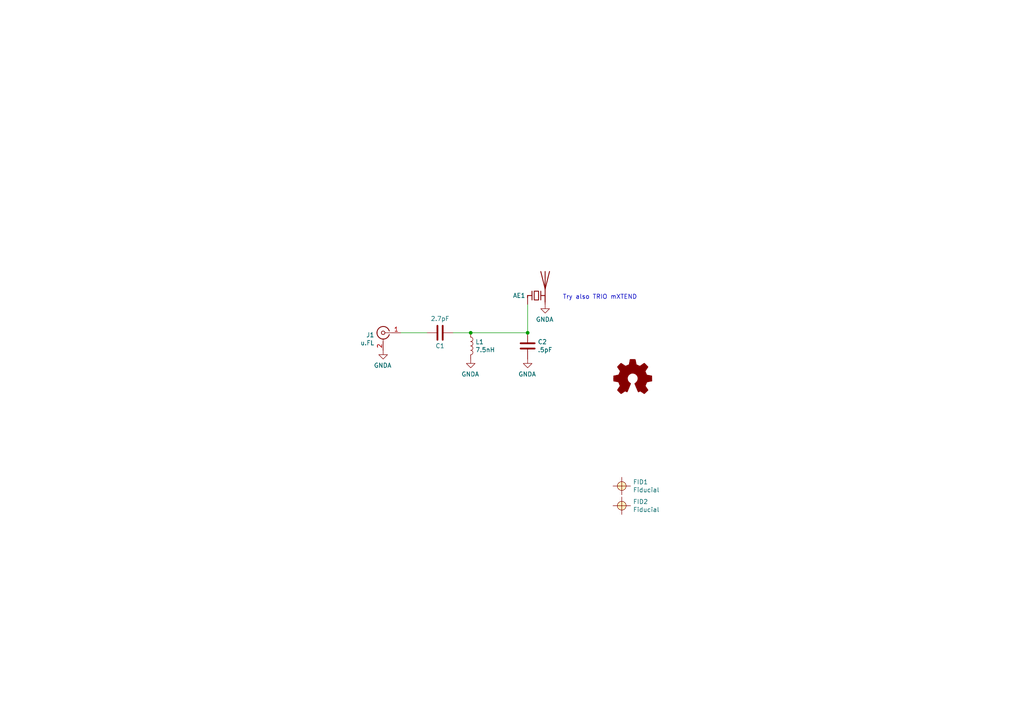
<source format=kicad_sch>
(kicad_sch (version 20211123) (generator eeschema)
  (paper "A4")
  (title_block (title "RUSP Antenna Board") (company "Sky's Edge"))
  (lib_symbols
    (symbol "Connector:Conn_Coaxial" (pin_names (offset 1.016) hide)
      (property "Reference" "J" (at 0.254 3.048 0))
      (property "Value" "Conn_Coaxial" (at 2.921 0 90))
      (symbol "Conn_Coaxial_0_1"
        (arc (start -1.778 -0.508) (mid 0.222 -1.808) (end 1.778 0) (stroke (width 0.254)))
        (polyline (pts (xy -2.54 0) (xy -0.508 0)))
        (polyline (pts (xy 0 -2.54) (xy 0 -1.778)))
        (circle (center 0 0) (radius 0.508) (stroke (width 0.2032)))
        (arc (start 1.778 0) (mid 0.2221 1.8083) (end -1.778 0.508) (stroke (width 0.254)))
      )
      (symbol "Conn_Coaxial_1_1"
        (pin passive line (at -5.08 0 0) (length 2.54) (name "In") (number "1"))
        (pin passive line (at 0 -5.08 90) (length 2.54) (name "Ext") (number "2"))
      )
    )
    (symbol "Device:Antenna_Chip" (pin_numbers hide) (pin_names (offset 1.016) hide)
      (property "Reference" "AE" (at 0 5.08 0))
      (property "Value" "Antenna_Chip" (at 0 3.175 0))
      (symbol "Antenna_Chip_0_1"
        (polyline (pts (xy -2.54 0) (xy -2.54 -0.635)) (stroke (width 0.254)))
        (polyline (pts (xy -2.54 0) (xy -1.27 0)) (stroke (width 0.254)))
        (polyline (pts (xy 1.27 0) (xy 2.54 0)) (stroke (width 0.254)))
        (polyline (pts (xy 1.27 1.27) (xy 1.27 -1.27)) (stroke (width 0.254)))
        (polyline (pts (xy 2.54 -0.635) (xy 2.54 0)))
        (polyline (pts (xy 2.54 6.985) (xy 2.54 -1.905)) (stroke (width 0.254)))
        (polyline (pts (xy -1.27 1.27) (xy -1.27 -1.27) (xy -1.27 0)) (stroke (width 0.254)))
        (polyline (pts (xy 3.81 6.985) (xy 2.54 1.905) (xy 1.27 6.985)) (stroke (width 0.254)))
        (polyline (pts (xy -0.635 1.27) (xy 0.635 1.27) (xy 0.635 -1.27) (xy -0.635 -1.27) (xy -0.635 1.27)) (stroke (width 0.254)))
      )
      (symbol "Antenna_Chip_1_1"
        (pin input line (at -2.54 -2.54 90) (length 2.54) (name "FEED") (number "1"))
        (pin passive line (at 2.54 -2.54 90) (length 2.54) (name "PCB_Trace") (number "2"))
      )
    )
    (symbol "Device:C" (pin_numbers hide) (pin_names (offset 0.254))
      (property "Reference" "C" (at 0.635 2.54 0))
      (property "Value" "C" (at 0.635 -2.54 0))
      (symbol "C_0_1"
        (polyline (pts (xy -2.032 -0.762) (xy 2.032 -0.762)) (stroke (width 0.508)))
        (polyline (pts (xy -2.032 0.762) (xy 2.032 0.762)) (stroke (width 0.508)))
      )
      (symbol "C_1_1"
        (pin passive line (at 0 3.81 270) (length 2.794) (name "~") (number "1"))
        (pin passive line (at 0 -3.81 90) (length 2.794) (name "~") (number "2"))
      )
    )
    (symbol "Device:L" (pin_numbers hide) (pin_names (offset 1.016) hide)
      (property "Reference" "L" (at -1.27 0 90))
      (property "Value" "L" (at 1.905 0 90))
      (symbol "L_0_1"
        (arc (start 0 -2.54) (mid 0.635 -1.905) (end 0 -1.27))
        (arc (start 0 -1.27) (mid 0.635 -0.635) (end 0 0))
        (arc (start 0 0) (mid 0.635 0.635) (end 0 1.27))
        (arc (start 0 1.27) (mid 0.635 1.905) (end 0 2.54))
      )
      (symbol "L_1_1"
        (pin passive line (at 0 3.81 270) (length 1.27) (name "1") (number "1"))
        (pin passive line (at 0 -3.81 90) (length 1.27) (name "2") (number "2"))
      )
    )
    (symbol "Graphic:Logo_Open_Hardware_Small" (pin_names (offset 1.016))
      (symbol "Logo_Open_Hardware_Small_0_1"
        (polyline (pts (xy 3.3528 -4.3434) (xy 3.302 -4.318) (xy 3.175 -4.2418) (xy 2.9972 -4.1148) (xy 2.7686 -3.9624) (xy 2.54 -3.81) (xy 2.3622 -3.7084) (xy 2.2352 -3.6068) (xy 2.1844 -3.5814) (xy 2.159 -3.6068) (xy 2.0574 -3.6576) (xy 1.905 -3.7338) (xy 1.8034 -3.7846) (xy 1.6764 -3.8354) (xy 1.6002 -3.8354) (xy 1.6002 -3.8354) (xy 1.5494 -3.7338) (xy 1.4732 -3.5306) (xy 1.3462 -3.302) (xy 1.2446 -3.0226) (xy 1.1176 -2.7178) (xy 0.9652 -2.413) (xy 0.8636 -2.1082) (xy 0.7366 -1.8288) (xy 0.6604 -1.6256) (xy 0.6096 -1.4732) (xy 0.5842 -1.397) (xy 0.5842 -1.397) (xy 0.6604 -1.3208) (xy 0.7874 -1.2446) (xy 1.0414 -1.016) (xy 1.2954 -0.6858) (xy 1.4478 -0.3302) (xy 1.524 0.0762) (xy 1.4732 0.4572) (xy 1.3208 0.8128) (xy 1.0668 1.143) (xy 0.762 1.3716) (xy 0.4064 1.524) (xy 0 1.5748) (xy -0.381 1.5494) (xy -0.7366 1.397) (xy -1.0668 1.143) (xy -1.2192 0.9906) (xy -1.397 0.6604) (xy -1.524 0.3048) (xy -1.524 0.2286) (xy -1.4986 -0.1778) (xy -1.397 -0.5334) (xy -1.1938 -0.8636) (xy -0.9144 -1.143) (xy -0.8636 -1.1684) (xy -0.7366 -1.27) (xy -0.635 -1.3462) (xy -0.5842 -1.397) (xy -1.0668 -2.5908) (xy -1.143 -2.794) (xy -1.2954 -3.1242) (xy -1.397 -3.4036) (xy -1.4986 -3.6322) (xy -1.5748 -3.7846) (xy -1.6002 -3.8354) (xy -1.6002 -3.8354) (xy -1.651 -3.8354) (xy -1.7272 -3.81) (xy -1.905 -3.7338) (xy -2.0066 -3.683) (xy -2.1336 -3.6068) (xy -2.2098 -3.5814) (xy -2.2606 -3.6068) (xy -2.3622 -3.683) (xy -2.54 -3.81) (xy -2.7686 -3.9624) (xy -2.9718 -4.0894) (xy -3.1496 -4.2164) (xy -3.302 -4.318) (xy -3.3528 -4.3434) (xy -3.3782 -4.3434) (xy -3.429 -4.318) (xy -3.5306 -4.2164) (xy -3.7084 -4.064) (xy -3.937 -3.8354) (xy -3.9624 -3.81) (xy -4.1656 -3.6068) (xy -4.318 -3.4544) (xy -4.4196 -3.3274) (xy -4.445 -3.2766) (xy -4.445 -3.2766) (xy -4.4196 -3.2258) (xy -4.318 -3.0734) (xy -4.2164 -2.8956) (xy -4.064 -2.667) (xy -3.6576 -2.0828) (xy -3.8862 -1.5494) (xy -3.937 -1.3716) (xy -4.0386 -1.1684) (xy -4.0894 -1.0414) (xy -4.1148 -0.9652) (xy -4.191 -0.9398) (xy -4.318 -0.9144) (xy -4.5466 -0.8636) (xy -4.8006 -0.8128) (xy -5.0546 -0.7874) (xy -5.2578 -0.7366) (xy -5.4356 -0.7112) (xy -5.5118 -0.6858) (xy -5.5118 -0.6858) (xy -5.5372 -0.635) (xy -5.5372 -0.5588) (xy -5.5372 -0.4318) (xy -5.5626 -0.2286) (xy -5.5626 0.0762) (xy -5.5626 0.127) (xy -5.5372 0.4064) (xy -5.5372 0.635) (xy -5.5372 0.762) (xy -5.5372 0.8382) (xy -5.5372 0.8382) (xy -5.461 0.8382) (xy -5.3086 0.889) (xy -5.08 0.9144) (xy -4.826 0.9652) (xy -4.8006 0.9906) (xy -4.5466 1.0414) (xy -4.318 1.0668) (xy -4.1656 1.1176) (xy -4.0894 1.143) (xy -4.0894 1.143) (xy -4.0386 1.2446) (xy -3.9624 1.4224) (xy -3.8608 1.6256) (xy -3.7846 1.8288) (xy -3.7084 2.0066) (xy -3.6576 2.159) (xy -3.6322 2.2098) (xy -3.6322 2.2098) (xy -3.683 2.286) (xy -3.7592 2.413) (xy -3.8862 2.5908) (xy -4.064 2.8194) (xy -4.064 2.8448) (xy -4.2164 3.0734) (xy -4.3434 3.2512) (xy -4.4196 3.3782) (xy -4.445 3.4544) (xy -4.445 3.4544) (xy -4.3942 3.5052) (xy -4.2926 3.6322) (xy -4.1148 3.81) (xy -3.937 4.0132) (xy -3.8608 4.064) (xy -3.6576 4.2926) (xy -3.5052 4.4196) (xy -3.4036 4.4958) (xy -3.3528 4.5212) (xy -3.3528 4.5212) (xy -3.302 4.4704) (xy -3.1496 4.3688) (xy -2.9718 4.2418) (xy -2.7432 4.0894) (xy -2.7178 4.0894) (xy -2.4892 3.937) (xy -2.3114 3.81) (xy -2.1844 3.7084) (xy -2.1336 3.683) (xy -2.1082 3.683) (xy -2.032 3.7084) (xy -1.8542 3.7592) (xy -1.6764 3.8354) (xy -1.4732 3.937) (xy -1.27 4.0132) (xy -1.143 4.064) (xy -1.0668 4.1148) (xy -1.0668 4.1148) (xy -1.0414 4.191) (xy -1.016 4.3434) (xy -0.9652 4.572) (xy -0.9144 4.8514) (xy -0.889 4.9022) (xy -0.8382 5.1562) (xy -0.8128 5.3848) (xy -0.7874 5.5372) (xy -0.762 5.588) (xy -0.7112 5.6134) (xy -0.5842 5.6134) (xy -0.4064 5.6134) (xy -0.1524 5.6134) (xy 0.0762 5.6134) (xy 0.3302 5.6134) (xy 0.5334 5.6134) (xy 0.6858 5.588) (xy 0.7366 5.588) (xy 0.7366 5.588) (xy 0.762 5.5118) (xy 0.8128 5.334) (xy 0.8382 5.1054) (xy 0.9144 4.826) (xy 0.9144 4.7752) (xy 0.9652 4.5212) (xy 1.016 4.2926) (xy 1.0414 4.1402) (xy 1.0668 4.0894) (xy 1.0668 4.0894) (xy 1.1938 4.0386) (xy 1.3716 3.9624) (xy 1.5748 3.8608) (xy 2.0828 3.6576) (xy 2.7178 4.0894) (xy 2.7686 4.1402) (xy 2.9972 4.2926) (xy 3.175 4.4196) (xy 3.302 4.4958) (xy 3.3782 4.5212) (xy 3.3782 4.5212) (xy 3.429 4.4704) (xy 3.556 4.3434) (xy 3.7338 4.191) (xy 3.9116 3.9878) (xy 4.064 3.8354) (xy 4.2418 3.6576) (xy 4.3434 3.556) (xy 4.4196 3.4798) (xy 4.4196 3.429) (xy 4.4196 3.4036) (xy 4.3942 3.3274) (xy 4.2926 3.2004) (xy 4.1656 2.9972) (xy 4.0132 2.794) (xy 3.8862 2.5908) (xy 3.7592 2.3876) (xy 3.6576 2.2352) (xy 3.6322 2.159) (xy 3.6322 2.1336) (xy 3.683 2.0066) (xy 3.7592 1.8288) (xy 3.8608 1.6002) (xy 4.064 1.1176) (xy 4.3942 1.0414) (xy 4.5974 1.016) (xy 4.8768 0.9652) (xy 5.1308 0.9144) (xy 5.5372 0.8382) (xy 5.5626 -0.6604) (xy 5.4864 -0.6858) (xy 5.4356 -0.6858) (xy 5.2832 -0.7366) (xy 5.0546 -0.762) (xy 4.8006 -0.8128) (xy 4.5974 -0.8636) (xy 4.3688 -0.9144) (xy 4.2164 -0.9398) (xy 4.1402 -0.9398) (xy 4.1148 -0.9652) (xy 4.064 -1.0668) (xy 3.9878 -1.2446) (xy 3.9116 -1.4478) (xy 3.81 -1.651) (xy 3.7338 -1.8542) (xy 3.683 -2.0066) (xy 3.6576 -2.0828) (xy 3.683 -2.1336) (xy 3.7846 -2.2606) (xy 3.8862 -2.4638) (xy 4.0386 -2.667) (xy 4.191 -2.8956) (xy 4.318 -3.0734) (xy 4.3942 -3.2004) (xy 4.445 -3.2766) (xy 4.4196 -3.3274) (xy 4.3434 -3.429) (xy 4.1656 -3.5814) (xy 3.937 -3.8354) (xy 3.8862 -3.8608) (xy 3.683 -4.064) (xy 3.5306 -4.2164) (xy 3.4036 -4.318) (xy 3.3528 -4.3434)) (fill (type outline)))
      )
    )
    (symbol "MyLibrary:Fiducial" (pin_names (offset 1.016))
      (property "Reference" "FID" (at 0 -3.81 0))
      (property "Value" "MyLibrary_Fiducial" (at 0 3.81 0))
      (symbol "Fiducial_0_1"
        (polyline (pts (xy -2.54 0) (xy 2.54 0)))
        (polyline (pts (xy 0 -2.54) (xy 0 2.54)))
        (circle (center 0 0) (radius 1.27) (fill (type background)))
      )
    )
    (symbol "power:GNDA" (power) (pin_names (offset 0))
      (property "Value" "GNDA" (at 0 -3.81 0))
      (symbol "GNDA_0_1"
        (polyline (pts (xy 0 0) (xy 0 -1.27) (xy 1.27 -1.27) (xy 0 -2.54) (xy -1.27 -1.27) (xy 0 -1.27)))
      )
      (symbol "GNDA_1_1"
        (pin power_in line (at 0 0 270) (length 0) hide (name "GNDA") (number "1"))
      )
    )
  )
  (junction (at 153.035 96.52))
  (junction (at 136.525 96.52))
  (wire (pts (xy 136.525 96.52) (xy 153.035 96.52)))
  (wire (pts (xy 153.035 96.52) (xy 153.035 88.265)))
  (wire (pts (xy 123.825 96.52) (xy 116.205 96.52)))
  (wire (pts (xy 136.525 96.52) (xy 131.445 96.52)))
  (text "Try also TRIO mXTEND" (at 163.195 86.995 0) (effects (font (size 1.27 1.27)) (justify left bottom)))
  (symbol (lib_id "Connector:Conn_Coaxial") (at 111.125 96.52 0) (mirror y) (unit 1)
    (property "Reference" "J1" (at 108.585 97.155 0) (effects (justify left)))
    (property "Value" "u.FL" (at 108.585 99.4664 0) (effects (justify left)))
    (property "Footprint" "Connector_Coaxial:U.FL_Molex_MCRF_73412-0110_Vertical" (effects hide))
    (property "Datasheet" " ~" (effects hide))
    (property "Mfg. Name" "Molex" (effects hide))
    (property "Mfg. Part No." "0734120110" (effects hide))
  )
  (symbol (lib_id "power:GNDA") (at 111.125 101.6 0) (mirror y) (unit 1)
    (property "Reference" "#PWR0101" (effects hide))
    (property "Value" "GNDA" (at 110.998 105.9942 0))
  )
  (symbol (lib_id "Device:Antenna_Chip") (at 155.575 85.725 0) (unit 1)
    (property "Reference" "AE1" (at 152.4 85.725 0) (effects (justify right)))
    (property "Value" "Antenna" (effects hide))
    (property "Footprint" "MyFootprints:Antenna_Molex_1462000011" (effects hide))
    (property "Mfg. Name" "Molex" (effects hide))
    (property "Mfg. Part No." "1462000011" (effects hide))
  )
  (symbol (lib_id "power:GNDA") (at 158.115 88.265 0) (mirror y) (unit 1)
    (property "Reference" "#PWR0102" (effects hide))
    (property "Value" "GNDA" (at 157.988 92.6592 0))
  )
  (symbol (lib_id "MyLibrary:Fiducial") (at 180.34 140.97 0) (unit 1) (in_bom no)
    (property "Reference" "FID1" (at 183.5912 139.8016 0) (effects (justify left)))
    (property "Value" "Fiducial" (at 183.5912 142.113 0) (effects (justify left)))
    (property "Footprint" "Fiducial:Fiducial_0.75mm_Dia_1.5mm_Outer" (effects hide))
  )
  (symbol (lib_id "MyLibrary:Fiducial") (at 180.34 146.685 0) (unit 1) (in_bom no)
    (property "Reference" "FID2" (at 183.5912 145.5166 0) (effects (justify left)))
    (property "Value" "Fiducial" (at 183.5912 147.828 0) (effects (justify left)))
    (property "Footprint" "Fiducial:Fiducial_0.75mm_Dia_1.5mm_Outer" (effects hide))
  )
  (symbol (lib_id "Graphic:Logo_Open_Hardware_Small") (at 183.515 109.855 0) (unit 1) (in_bom no)
    (property "Reference" "#LOGO1" (effects hide))
    (property "Value" "Logo_Open_Hardware_Small" (effects hide))
    (property "Footprint" "MyFootprints:SkysEdge_18mm" (effects hide))
  )
  (symbol (lib_id "Device:C") (at 127.635 96.52 270) (unit 1)
    (property "Reference" "C1" (at 127.635 100.33 90))
    (property "Value" "2.7pF" (at 127.635 92.4306 90))
    (property "Footprint" "Capacitor_SMD:C_0402_1005Metric" (effects hide))
    (property "Mfg. Name" "Murata" (effects hide))
    (property "Mfg. Part No." "GJM1555C1H2R7WB01D " (effects hide))
  )
  (symbol (lib_id "Device:L") (at 136.525 100.33 0) (unit 1)
    (property "Reference" "L1" (at 137.8712 99.1616 0) (effects (justify left)))
    (property "Value" "7.5nH" (at 137.8712 101.473 0) (effects (justify left)))
    (property "Footprint" "Inductor_SMD:L_0603_1608Metric" (effects hide))
    (property "Mfg. Name" "Murata" (effects hide))
    (property "Mfg. Part No." "LQW18AN7N5C80" (effects hide))
  )
  (symbol (lib_id "Device:C") (at 153.035 100.33 0) (unit 1)
    (property "Reference" "C2" (at 155.956 99.1616 0) (effects (justify left)))
    (property "Value" ".5pF" (at 155.956 101.473 0) (effects (justify left)))
    (property "Footprint" "Capacitor_SMD:C_0402_1005Metric" (effects hide))
    (property "Mfg. Name" "Murata" (effects hide))
    (property "Mfg. Part No." "GJM1555C1HR50RB12D " (effects hide))
  )
  (symbol (lib_id "power:GNDA") (at 153.035 104.14 0) (mirror y) (unit 1)
    (property "Reference" "#PWR0103" (effects hide))
    (property "Value" "GNDA" (at 152.908 108.5342 0))
  )
  (symbol (lib_id "power:GNDA") (at 136.525 104.14 0) (mirror y) (unit 1)
    (property "Reference" "#PWR0104" (effects hide))
    (property "Value" "GNDA" (at 136.398 108.5342 0))
  )
)
</source>
